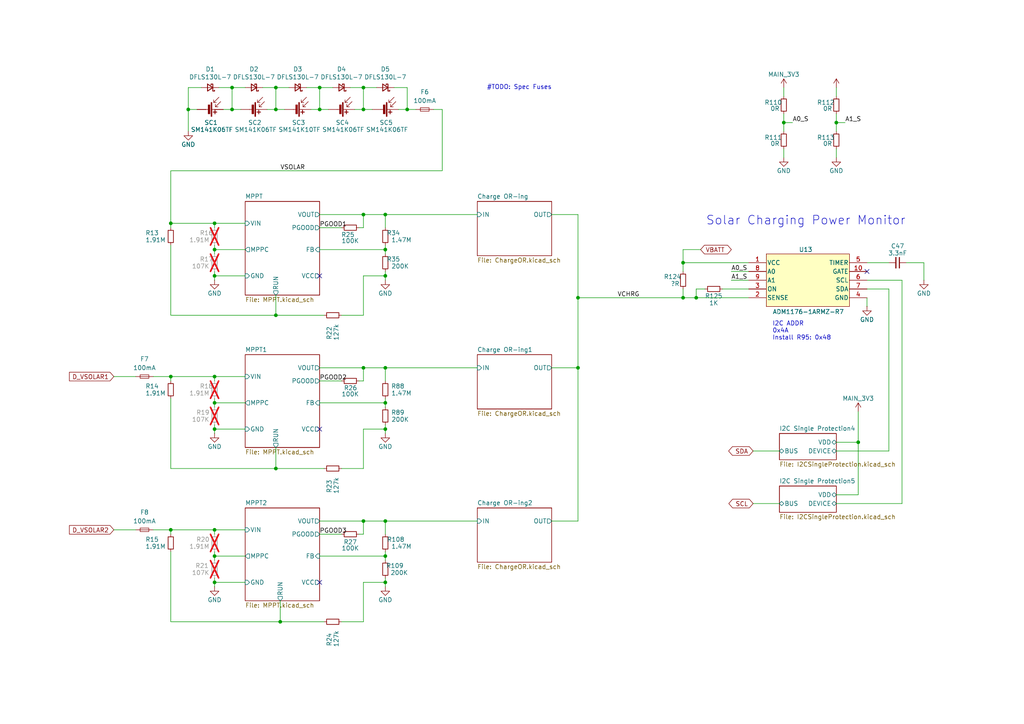
<source format=kicad_sch>
(kicad_sch (version 20231120) (generator "eeschema") (generator_version "8.0")
  (paper "A4")
  (lib_symbols
    (symbol "Device:C_Small" (pin_numbers hide) (pin_names (offset 0.254) hide)
      (property "Reference" "C" (at 0.254 1.778 0))
      (property "Value" "C_Small" (at 0.254 -2.032 0))
      (symbol "C_Small_0_1"
        (polyline (pts (xy -1.524 -0.508) (xy 1.524 -0.508)) (stroke (width 0.3302)))
        (polyline (pts (xy -1.524 0.508) (xy 1.524 0.508)) (stroke (width 0.3048)))
      )
      (symbol "C_Small_1_1"
        (pin passive line (at 0 2.54 270) (length 2.032) (name "~") (number "1"))
        (pin passive line (at 0 -2.54 90) (length 2.032) (name "~") (number "2"))
      )
    )
    (symbol "Device:D_Schottky_Small" (pin_numbers hide) (pin_names (offset 0.254) hide)
      (property "Reference" "D" (at -1.27 2.032 0))
      (property "Value" "D_Schottky_Small" (at -7.112 -2.032 0))
      (symbol "D_Schottky_Small_0_1"
        (polyline (pts (xy -0.762 0) (xy 0.762 0)))
        (polyline (pts (xy 0.762 -1.016) (xy -0.762 0) (xy 0.762 1.016) (xy 0.762 -1.016)) (stroke (width 0.254)))
        (polyline (pts (xy -1.27 0.762) (xy -1.27 1.016) (xy -0.762 1.016) (xy -0.762 -1.016) (xy -0.254 -1.016) (xy -0.254 -0.762)) (stroke (width 0.254)))
      )
      (symbol "D_Schottky_Small_1_1"
        (pin passive line (at -2.54 0 0) (length 1.778) (name "K") (number "1"))
        (pin passive line (at 2.54 0 180) (length 1.778) (name "A") (number "2"))
      )
    )
    (symbol "Device:Fuse_Small" (pin_numbers hide) (pin_names (offset 0.254) hide)
      (property "Reference" "F" (at 0 -1.524 0))
      (property "Value" "Fuse_Small" (at 0 1.524 0))
      (symbol "Fuse_Small_0_1"
        (rectangle (start -1.27 0.508) (end 1.27 -0.508))
        (polyline (pts (xy -1.27 0) (xy 1.27 0)))
      )
      (symbol "Fuse_Small_1_1"
        (pin passive line (at -2.54 0 0) (length 1.27) (name "~") (number "1"))
        (pin passive line (at 2.54 0 180) (length 1.27) (name "~") (number "2"))
      )
    )
    (symbol "Device:R_Small" (pin_numbers hide) (pin_names (offset 0.254) hide)
      (property "Reference" "R" (at 0.762 0.508 0))
      (property "Value" "R_Small" (at 0.762 -1.016 0))
      (symbol "R_Small_0_1"
        (rectangle (start -0.762 1.778) (end 0.762 -1.778) (stroke (width 0.2032)))
      )
      (symbol "R_Small_1_1"
        (pin passive line (at 0 2.54 270) (length 0.762) (name "~") (number "1"))
        (pin passive line (at 0 -2.54 90) (length 0.762) (name "~") (number "2"))
      )
    )
    (symbol "Device:Solar_Cell" (pin_numbers hide) (pin_names (offset 0) hide)
      (property "Reference" "SC" (at 2.54 2.54 0))
      (property "Value" "Solar_Cell" (at 2.54 0 0))
      (symbol "Solar_Cell_0_1"
        (rectangle (start -2.032 1.778) (end 2.032 1.524) (fill (type outline)))
        (rectangle (start -1.3208 1.1938) (end 1.27 0.6858) (fill (type outline)))
        (polyline (pts (xy -2.032 2.286) (xy -3.556 3.81)))
        (polyline (pts (xy -0.762 2.794) (xy -2.286 4.318)))
        (polyline (pts (xy 0 0.762) (xy 0 0)))
        (polyline (pts (xy 0 1.778) (xy 0 2.54)))
        (polyline (pts (xy 0.254 2.667) (xy 1.27 2.667)) (stroke (width 0.254)))
        (polyline (pts (xy 0.762 3.175) (xy 0.762 2.159)) (stroke (width 0.254)))
        (polyline (pts (xy -2.032 3.048) (xy -2.032 2.286) (xy -2.794 2.286)))
        (polyline (pts (xy -0.762 3.556) (xy -0.762 2.794) (xy -1.524 2.794)))
      )
      (symbol "Solar_Cell_1_1"
        (pin passive line (at 0 5.08 270) (length 2.54) (name "+") (number "1"))
        (pin passive line (at 0 -2.54 90) (length 2.54) (name "-") (number "2"))
      )
    )
    (symbol "Mainboard:ADM1176-1ARMZ-R7" (pin_names (offset 0.254))
      (property "Reference" "U9" (at 0 8.89 0))
      (property "Value" "ADM1176-1ARMZ-R7" (at 0.762 -9.144 0))
      (symbol "ADM1176-1ARMZ-R7_1_0"
        (pin unspecified line (at -16.51 5.08 0) (length 5.08) (name "VCC") (number "1"))
        (pin unspecified line (at 17.78 2.54 180) (length 5.08) (name "GATE") (number "10"))
        (pin unspecified line (at -16.51 -5.08 0) (length 5.08) (name "SENSE") (number "2"))
        (pin unspecified line (at -16.51 -2.54 0) (length 5.08) (name "ON") (number "3"))
        (pin unspecified line (at 17.78 -5.08 180) (length 5.08) (name "GND") (number "4"))
        (pin unspecified line (at 17.78 5.08 180) (length 5.08) (name "TIMER") (number "5"))
        (pin unspecified line (at 17.78 0 180) (length 5.08) (name "SCL") (number "6"))
        (pin unspecified line (at 17.78 -2.54 180) (length 5.08) (name "SDA") (number "7"))
        (pin unspecified line (at -16.51 2.54 0) (length 5.08) (name "A0") (number "8"))
        (pin unspecified line (at -16.51 0 0) (length 5.08) (name "A1") (number "9"))
      )
      (symbol "ADM1176-1ARMZ-R7_1_1"
        (rectangle (start -11.43 7.62) (end 12.7 -7.62) (fill (type background)))
      )
    )
    (symbol "power:+3.3V" (power) (pin_numbers hide) (pin_names (offset 0) hide)
      (property "Value" "+3.3V" (at 0 3.556 0))
      (symbol "+3.3V_0_1"
        (polyline (pts (xy -0.762 1.27) (xy 0 2.54)))
        (polyline (pts (xy 0 0) (xy 0 2.54)))
        (polyline (pts (xy 0 2.54) (xy 0.762 1.27)))
      )
      (symbol "+3.3V_1_1"
        (pin power_in line (at 0 0 90) (length 0) (name "~") (number "1"))
      )
    )
    (symbol "power:GND" (power) (pin_numbers hide) (pin_names (offset 0) hide)
      (property "Value" "GND" (at 0 -3.81 0))
      (symbol "GND_0_1"
        (polyline (pts (xy 0 0) (xy 0 -1.27) (xy 1.27 -1.27) (xy 0 -2.54) (xy -1.27 -1.27) (xy 0 -1.27)))
      )
      (symbol "GND_1_1"
        (pin power_in line (at 0 0 270) (length 0) (name "~") (number "1"))
      )
    )
  )
  (junction (at 105.41 25.4))
  (junction (at 80.01 91.44))
  (junction (at 242.57 35.56))
  (junction (at 62.23 124.46))
  (junction (at 92.71 31.75))
  (junction (at 198.12 76.2))
  (junction (at 111.76 168.91))
  (junction (at 105.41 62.23))
  (junction (at 49.53 64.77))
  (junction (at 62.23 161.29))
  (junction (at 105.41 151.13))
  (junction (at 62.23 109.22))
  (junction (at 80.01 25.4))
  (junction (at 111.76 151.13))
  (junction (at 62.23 168.91))
  (junction (at 111.76 124.46))
  (junction (at 62.23 72.39))
  (junction (at 62.23 116.84))
  (junction (at 118.11 31.75))
  (junction (at 92.71 25.4))
  (junction (at 227.33 35.56))
  (junction (at 167.64 106.68))
  (junction (at 111.76 106.68))
  (junction (at 80.01 31.75))
  (junction (at 167.64 86.36))
  (junction (at 81.28 180.34))
  (junction (at 54.61 31.75))
  (junction (at 111.76 62.23))
  (junction (at 111.76 161.29))
  (junction (at 198.12 86.36))
  (junction (at 67.31 31.75))
  (junction (at 67.31 25.4))
  (junction (at 62.23 153.67))
  (junction (at 201.93 86.36))
  (junction (at 62.23 80.01))
  (junction (at 248.92 128.27))
  (junction (at 49.53 109.22))
  (junction (at 111.76 80.01))
  (junction (at 80.01 135.89))
  (junction (at 105.41 106.68))
  (junction (at 111.76 116.84))
  (junction (at 49.53 153.67))
  (junction (at 105.41 31.75))
  (junction (at 111.76 72.39))
  (junction (at 62.23 64.77))
  (no_connect (at 251.46 78.74))
  (no_connect (at 92.71 124.46))
  (no_connect (at 92.71 168.91))
  (no_connect (at 92.71 80.01))
  (wire (pts (xy 251.46 76.2) (xy 257.81 76.2)))
  (wire (pts (xy 111.76 161.29) (xy 111.76 162.56)))
  (wire (pts (xy 49.53 64.77) (xy 49.53 66.04)))
  (wire (pts (xy 62.23 116.84) (xy 71.12 116.84)))
  (wire (pts (xy 49.53 160.02) (xy 49.53 180.34)))
  (wire (pts (xy 242.57 35.56) (xy 242.57 38.1)))
  (wire (pts (xy 111.76 71.12) (xy 111.76 72.39)))
  (wire (pts (xy 104.14 66.04) (xy 105.41 66.04)))
  (wire (pts (xy 242.57 25.4) (xy 242.57 27.94)))
  (wire (pts (xy 62.23 71.12) (xy 62.23 72.39)))
  (wire (pts (xy 267.97 76.2) (xy 267.97 81.28)))
  (wire (pts (xy 257.81 83.82) (xy 257.81 130.81)))
  (wire (pts (xy 251.46 83.82) (xy 257.81 83.82)))
  (wire (pts (xy 62.23 115.57) (xy 62.23 116.84)))
  (wire (pts (xy 63.5 25.4) (xy 67.31 25.4)))
  (wire (pts (xy 105.41 106.68) (xy 105.41 110.49)))
  (wire (pts (xy 62.23 78.74) (xy 62.23 80.01)))
  (wire (pts (xy 62.23 109.22) (xy 62.23 110.49)))
  (wire (pts (xy 198.12 76.2) (xy 198.12 72.39)))
  (wire (pts (xy 226.06 146.05) (xy 218.44 146.05)))
  (wire (pts (xy 111.76 62.23) (xy 138.43 62.23)))
  (wire (pts (xy 49.53 153.67) (xy 62.23 153.67)))
  (wire (pts (xy 71.12 168.91) (xy 62.23 168.91)))
  (wire (pts (xy 80.01 85.598) (xy 80.01 91.44)))
  (wire (pts (xy 227.33 43.18) (xy 227.33 45.72)))
  (wire (pts (xy 33.02 109.22) (xy 39.37 109.22)))
  (wire (pts (xy 67.31 31.75) (xy 64.77 31.75)))
  (wire (pts (xy 105.41 91.44) (xy 105.41 80.01)))
  (wire (pts (xy 111.76 106.68) (xy 138.43 106.68)))
  (wire (pts (xy 99.06 91.44) (xy 105.41 91.44)))
  (wire (pts (xy 251.46 81.28) (xy 261.62 81.28)))
  (wire (pts (xy 111.76 160.02) (xy 111.76 161.29)))
  (wire (pts (xy 44.45 109.22) (xy 49.53 109.22)))
  (wire (pts (xy 54.61 25.4) (xy 54.61 31.75)))
  (wire (pts (xy 67.31 25.4) (xy 67.31 31.75)))
  (wire (pts (xy 44.45 153.67) (xy 49.53 153.67)))
  (wire (pts (xy 114.3 25.4) (xy 118.11 25.4)))
  (wire (pts (xy 242.57 146.05) (xy 261.62 146.05)))
  (wire (pts (xy 198.12 76.2) (xy 198.12 78.74)))
  (wire (pts (xy 111.76 151.13) (xy 111.76 154.94)))
  (wire (pts (xy 77.47 31.75) (xy 80.01 31.75)))
  (wire (pts (xy 49.53 153.67) (xy 49.53 154.94)))
  (wire (pts (xy 111.76 78.74) (xy 111.76 80.01)))
  (wire (pts (xy 167.64 62.23) (xy 167.64 86.36)))
  (wire (pts (xy 118.11 31.75) (xy 118.11 25.4)))
  (wire (pts (xy 201.93 83.82) (xy 201.93 86.36)))
  (wire (pts (xy 111.76 123.19) (xy 111.76 124.46)))
  (wire (pts (xy 80.01 91.44) (xy 93.98 91.44)))
  (wire (pts (xy 92.71 154.94) (xy 99.06 154.94)))
  (wire (pts (xy 54.61 31.75) (xy 57.15 31.75)))
  (wire (pts (xy 111.76 72.39) (xy 111.76 73.66)))
  (wire (pts (xy 118.11 31.75) (xy 120.65 31.75)))
  (wire (pts (xy 167.64 151.13) (xy 160.02 151.13)))
  (wire (pts (xy 33.02 153.67) (xy 39.37 153.67)))
  (wire (pts (xy 62.23 168.91) (xy 62.23 170.18)))
  (wire (pts (xy 62.23 153.67) (xy 62.23 154.94)))
  (wire (pts (xy 92.71 116.84) (xy 111.76 116.84)))
  (wire (pts (xy 49.53 115.57) (xy 49.53 135.89)))
  (wire (pts (xy 92.71 31.75) (xy 95.25 31.75)))
  (wire (pts (xy 242.57 128.27) (xy 248.92 128.27)))
  (wire (pts (xy 62.23 116.84) (xy 62.23 118.11)))
  (wire (pts (xy 125.73 31.75) (xy 128.27 31.75)))
  (wire (pts (xy 76.2 25.4) (xy 80.01 25.4)))
  (wire (pts (xy 111.76 115.57) (xy 111.76 116.84)))
  (wire (pts (xy 111.76 116.84) (xy 111.76 118.11)))
  (wire (pts (xy 80.01 129.794) (xy 80.01 135.89)))
  (wire (pts (xy 105.41 25.4) (xy 105.41 31.75)))
  (wire (pts (xy 105.41 80.01) (xy 111.76 80.01)))
  (wire (pts (xy 88.9 25.4) (xy 92.71 25.4)))
  (wire (pts (xy 160.02 62.23) (xy 167.64 62.23)))
  (wire (pts (xy 248.92 143.51) (xy 242.57 143.51)))
  (wire (pts (xy 242.57 43.18) (xy 242.57 45.72)))
  (wire (pts (xy 49.53 109.22) (xy 49.53 110.49)))
  (wire (pts (xy 62.23 64.77) (xy 62.23 66.04)))
  (wire (pts (xy 49.53 91.44) (xy 80.01 91.44)))
  (wire (pts (xy 248.92 143.51) (xy 248.92 128.27)))
  (wire (pts (xy 62.23 72.39) (xy 71.12 72.39)))
  (wire (pts (xy 105.41 151.13) (xy 105.41 154.94)))
  (wire (pts (xy 80.01 31.75) (xy 80.01 25.4)))
  (wire (pts (xy 242.57 35.56) (xy 245.11 35.56)))
  (wire (pts (xy 99.06 135.89) (xy 105.41 135.89)))
  (wire (pts (xy 105.41 168.91) (xy 111.76 168.91)))
  (wire (pts (xy 198.12 86.36) (xy 201.93 86.36)))
  (wire (pts (xy 105.41 106.68) (xy 111.76 106.68)))
  (wire (pts (xy 217.17 83.82) (xy 209.55 83.82)))
  (wire (pts (xy 62.23 160.02) (xy 62.23 161.29)))
  (wire (pts (xy 62.23 72.39) (xy 62.23 73.66)))
  (wire (pts (xy 105.41 180.34) (xy 105.41 168.91)))
  (wire (pts (xy 92.71 62.23) (xy 105.41 62.23)))
  (wire (pts (xy 201.93 86.36) (xy 217.17 86.36)))
  (wire (pts (xy 227.33 33.02) (xy 227.33 35.56)))
  (wire (pts (xy 92.71 31.75) (xy 90.17 31.75)))
  (wire (pts (xy 49.53 64.77) (xy 62.23 64.77)))
  (wire (pts (xy 62.23 123.19) (xy 62.23 124.46)))
  (wire (pts (xy 204.47 83.82) (xy 201.93 83.82)))
  (wire (pts (xy 118.11 31.75) (xy 115.57 31.75)))
  (wire (pts (xy 71.12 80.01) (xy 62.23 80.01)))
  (wire (pts (xy 67.31 31.75) (xy 69.85 31.75)))
  (wire (pts (xy 92.71 72.39) (xy 111.76 72.39)))
  (wire (pts (xy 62.23 161.29) (xy 62.23 162.56)))
  (wire (pts (xy 105.41 151.13) (xy 111.76 151.13)))
  (wire (pts (xy 105.41 62.23) (xy 111.76 62.23)))
  (wire (pts (xy 105.41 135.89) (xy 105.41 124.46)))
  (wire (pts (xy 111.76 62.23) (xy 111.76 66.04)))
  (wire (pts (xy 267.97 76.2) (xy 262.89 76.2)))
  (wire (pts (xy 92.71 161.29) (xy 111.76 161.29)))
  (wire (pts (xy 105.41 25.4) (xy 109.22 25.4)))
  (wire (pts (xy 104.14 154.94) (xy 105.41 154.94)))
  (wire (pts (xy 62.23 64.77) (xy 71.12 64.77)))
  (wire (pts (xy 54.61 25.4) (xy 58.42 25.4)))
  (wire (pts (xy 92.71 106.68) (xy 105.41 106.68)))
  (wire (pts (xy 80.01 135.89) (xy 93.98 135.89)))
  (wire (pts (xy 105.41 31.75) (xy 107.95 31.75)))
  (wire (pts (xy 203.2 72.39) (xy 198.12 72.39)))
  (wire (pts (xy 62.23 153.67) (xy 71.12 153.67)))
  (wire (pts (xy 81.28 174.244) (xy 81.28 180.34)))
  (wire (pts (xy 62.23 124.46) (xy 62.23 125.73)))
  (wire (pts (xy 212.09 81.28) (xy 217.17 81.28)))
  (wire (pts (xy 49.53 64.77) (xy 49.53 49.53)))
  (wire (pts (xy 49.53 180.34) (xy 81.28 180.34)))
  (wire (pts (xy 71.12 124.46) (xy 62.23 124.46)))
  (wire (pts (xy 92.71 151.13) (xy 105.41 151.13)))
  (wire (pts (xy 251.46 88.9) (xy 251.46 86.36)))
  (wire (pts (xy 111.76 106.68) (xy 111.76 110.49)))
  (wire (pts (xy 92.71 25.4) (xy 96.52 25.4)))
  (wire (pts (xy 92.71 66.04) (xy 99.06 66.04)))
  (wire (pts (xy 212.09 78.74) (xy 217.17 78.74)))
  (wire (pts (xy 105.41 124.46) (xy 111.76 124.46)))
  (wire (pts (xy 167.64 86.36) (xy 198.12 86.36)))
  (wire (pts (xy 227.33 35.56) (xy 229.87 35.56)))
  (wire (pts (xy 80.01 25.4) (xy 83.82 25.4)))
  (wire (pts (xy 167.64 86.36) (xy 167.64 106.68)))
  (wire (pts (xy 80.01 31.75) (xy 82.55 31.75)))
  (wire (pts (xy 160.02 106.68) (xy 167.64 106.68)))
  (wire (pts (xy 104.14 110.49) (xy 105.41 110.49)))
  (wire (pts (xy 49.53 109.22) (xy 62.23 109.22)))
  (wire (pts (xy 227.33 35.56) (xy 227.33 38.1)))
  (wire (pts (xy 101.6 25.4) (xy 105.41 25.4)))
  (wire (pts (xy 111.76 80.01) (xy 111.76 81.28)))
  (wire (pts (xy 67.31 25.4) (xy 71.12 25.4)))
  (wire (pts (xy 242.57 33.02) (xy 242.57 35.56)))
  (wire (pts (xy 62.23 167.64) (xy 62.23 168.91)))
  (wire (pts (xy 49.53 135.89) (xy 80.01 135.89)))
  (wire (pts (xy 167.64 106.68) (xy 167.64 151.13)))
  (wire (pts (xy 128.27 49.53) (xy 128.27 31.75)))
  (wire (pts (xy 62.23 109.22) (xy 71.12 109.22)))
  (wire (pts (xy 198.12 83.82) (xy 198.12 86.36)))
  (wire (pts (xy 248.92 119.38) (xy 248.92 128.27)))
  (wire (pts (xy 49.53 49.53) (xy 128.27 49.53)))
  (wire (pts (xy 111.76 167.64) (xy 111.76 168.91)))
  (wire (pts (xy 242.57 130.81) (xy 257.81 130.81)))
  (wire (pts (xy 102.87 31.75) (xy 105.41 31.75)))
  (wire (pts (xy 111.76 151.13) (xy 138.43 151.13)))
  (wire (pts (xy 54.61 31.75) (xy 54.61 38.1)))
  (wire (pts (xy 105.41 62.23) (xy 105.41 66.04)))
  (wire (pts (xy 92.71 25.4) (xy 92.71 31.75)))
  (wire (pts (xy 261.62 81.28) (xy 261.62 146.05)))
  (wire (pts (xy 81.28 180.34) (xy 93.98 180.34)))
  (wire (pts (xy 198.12 76.2) (xy 217.17 76.2)))
  (wire (pts (xy 111.76 168.91) (xy 111.76 170.18)))
  (wire (pts (xy 62.23 80.01) (xy 62.23 81.28)))
  (wire (pts (xy 227.33 25.4) (xy 227.33 27.94)))
  (wire (pts (xy 111.76 124.46) (xy 111.76 125.73)))
  (wire (pts (xy 226.06 130.81) (xy 218.44 130.81)))
  (wire (pts (xy 49.53 71.12) (xy 49.53 91.44)))
  (wire (pts (xy 99.06 180.34) (xy 105.41 180.34)))
  (wire (pts (xy 62.23 161.29) (xy 71.12 161.29)))
  (wire (pts (xy 92.71 110.49) (xy 99.06 110.49)))
  (text "I2C ADDR\n0x4A\nInstall R95: 0x48" (at 224.028 98.806 0) (effects (font (size 1.27 1.27)) (justify left bottom)))
  (text "#TODO: Spec Fuses" (at 150.622 25.4 0) (effects (font (size 1.27 1.27))))
  (text "Solar Charging Power Monitor" (at 204.724 65.532 0) (effects (font (size 2.54 2.54)) (justify left bottom)))
  (label "A0_S" (at 229.87 35.56 0))
  (label "A1_S" (at 245.11 35.56 0))
  (label "PGOOD3" (at 92.71 154.94 0))
  (label "VSOLAR" (at 81.28 49.53 0))
  (label "VCHRG" (at 179.07 86.36 0))
  (label "PGOOD1" (at 92.71 66.04 0))
  (label "A0_S" (at 212.09 78.74 0))
  (label "PGOOD2" (at 92.71 110.49 0))
  (label "A1_S" (at 212.09 81.28 0))
  (global_label "SDA" (shape bidirectional) (at 218.44 130.81 180) (property "Intersheetrefs" "${INTERSHEET_REFS}" (effects (hide yes))))
  (global_label "SCL" (shape bidirectional) (at 218.44 146.05 180) (property "Intersheetrefs" "${INTERSHEET_REFS}" (effects (hide yes))))
  (global_label "D_VSOLAR1" (shape input) (at 33.02 109.22 180) (property "Intersheetrefs" "${INTERSHEET_REFS}" (effects (hide yes))))
  (global_label "D_VSOLAR2" (shape input) (at 33.02 153.67 180) (property "Intersheetrefs" "${INTERSHEET_REFS}" (effects (hide yes))))
  (global_label "VBATT" (shape bidirectional) (at 203.2 72.39 0) (property "Intersheetrefs" "${INTERSHEET_REFS}" (effects (hide yes))))
  (symbol (lib_id "Device:D_Schottky_Small") (at 86.36 25.4 180) (unit 1)
    (property "Reference" "D3" (at 86.36 20.066 0))
    (property "Value" "DFLS130L-7" (at 86.36 22.352 0))
    (property "Footprint" "Diode_SMD:D_PowerDI-123" (effects (hide yes)))
    (property "Description" "Schottky diode, small symbol" (effects (hide yes)))
  )
  (symbol (lib_id "Device:R_Small") (at 101.6 66.04 90) (unit 1)
    (property "Reference" "R25" (at 102.87 68.072 90) (effects (justify left)))
    (property "Value" "100K" (at 104.14 69.85 90) (effects (justify left)))
    (property "Footprint" "Resistor_SMD:R_0603_1608Metric" (effects (hide yes)))
    (property "Description" "Resistor, small symbol" (effects (hide yes)))
  )
  (symbol (lib_id "Device:Solar_Cell") (at 97.79 31.75 270) (unit 1)
    (property "Reference" "SC4" (at 99.314 35.56 90))
    (property "Value" "SM141K06TF" (at 99.568 37.592 90))
    (property "Footprint" "SolarPanels:SM141K06TF" (effects (hide yes)))
    (property "Description" "Single solar cell" (effects (hide yes)))
  )
  (symbol (lib_id "power:GND") (at 62.23 81.28 0) (unit 1)
    (property "Reference" "#PWR06" (effects (hide yes)))
    (property "Value" "GND" (at 62.23 85.09 0))
    (property "Description" "Power symbol creates a global label with name \"GND\" , ground" (effects (hide yes)))
  )
  (symbol (lib_id "power:GND") (at 111.76 125.73 0) (mirror y) (unit 1)
    (property "Reference" "#PWR013" (effects (hide yes)))
    (property "Value" "GND" (at 111.76 129.54 0))
    (property "Description" "Power symbol creates a global label with name \"GND\" , ground" (effects (hide yes)))
  )
  (symbol (lib_id "Mainboard:ADM1176-1ARMZ-R7") (at 233.68 81.28 0) (unit 1)
    (property "Reference" "U13" (at 233.68 72.39 0))
    (property "Value" "ADM1176-1ARMZ-R7" (at 234.442 90.424 0))
    (property "Footprint" "Package_SO:MSOP-10_3x3mm_P0.5mm" (effects (hide yes)))
    (property "Flight" "ADM1176-1ARMZ-R7" (effects (hide yes)))
    (property "Manufacturer_Name" "Analog Devices Inc." (effects (hide yes)))
    (property "Manufacturer_Part_Number" "ADM1176-1ARMZ-R7" (effects (hide yes)))
    (property "Proto" "ADM1176-1ARMZ-R7" (effects (hide yes)))
  )
  (symbol (lib_id "Device:C_Small") (at 260.35 76.2 270) (unit 1)
    (property "Reference" "C47" (at 260.35 71.374 90))
    (property "Value" "3.3nF" (at 260.35 73.4314 90))
    (property "Footprint" "Capacitor_SMD:C_0603_1608Metric" (effects (hide yes)))
    (property "Description" "3.3nF +-10% 100V X7R 0603" (effects (hide yes)))
  )
  (symbol (lib_id "power:GND") (at 227.33 45.72 0) (unit 1)
    (property "Reference" "#PWR020" (effects (hide yes)))
    (property "Value" "GND" (at 227.33 49.53 0))
    (property "Description" "Power symbol creates a global label with name \"GND\" , ground" (effects (hide yes)))
  )
  (symbol (lib_id "Device:D_Schottky_Small") (at 73.66 25.4 180) (unit 1)
    (property "Reference" "D2" (at 73.66 20.066 0))
    (property "Value" "DFLS130L-7" (at 73.66 22.352 0))
    (property "Footprint" "Diode_SMD:D_PowerDI-123" (effects (hide yes)))
    (property "Description" "Schottky diode, small symbol" (effects (hide yes)))
  )
  (symbol (lib_id "Device:R_Small") (at 62.23 68.58 0) (unit 1) (dnp yes)
    (property "Reference" "R16" (at 57.912 67.564 0) (effects (justify left)))
    (property "Value" "1.91M" (at 54.864 69.596 0) (effects (justify left)))
    (property "Footprint" "Resistor_SMD:R_0603_1608Metric" (effects (hide yes)))
    (property "Description" "Resistor, small symbol" (effects (hide yes)))
  )
  (symbol (lib_id "Device:D_Schottky_Small") (at 99.06 25.4 180) (unit 1)
    (property "Reference" "D4" (at 99.06 20.066 0))
    (property "Value" "DFLS130L-7" (at 99.06 22.352 0))
    (property "Footprint" "Diode_SMD:D_PowerDI-123" (effects (hide yes)))
    (property "Description" "Schottky diode, small symbol" (effects (hide yes)))
  )
  (symbol (lib_id "power:+3.3V") (at 227.33 25.4 0) (unit 1)
    (property "Reference" "#PWR018" (effects (hide yes)))
    (property "Value" "MAIN_3V3" (at 227.33 21.59 0))
    (property "Description" "Power symbol creates a global label with name \"+3.3V\"" (effects (hide yes)))
  )
  (symbol (lib_id "Device:R_Small") (at 207.01 83.82 90) (mirror x) (unit 1)
    (property "Reference" "R125" (at 207.01 85.852 90))
    (property "Value" "1K" (at 207.01 87.884 90))
    (property "Footprint" "Resistor_SMD:R_0603_1608Metric" (effects (hide yes)))
    (property "Description" "Resistor, small symbol" (effects (hide yes)))
  )
  (symbol (lib_id "power:+3.3V") (at 242.57 25.4 0) (unit 1)
    (property "Reference" "#PWR021" (effects (hide yes)))
    (property "Value" "MAIN_3V3" (effects (hide yes)))
    (property "Description" "Power symbol creates a global label with name \"+3.3V\"" (effects (hide yes)))
  )
  (symbol (lib_id "power:GND") (at 251.46 88.9 0) (unit 1)
    (property "Reference" "#PWR056" (effects (hide yes)))
    (property "Value" "GND" (at 251.46 92.71 0))
    (property "Description" "Power symbol creates a global label with name \"GND\" , ground" (effects (hide yes)))
  )
  (symbol (lib_id "Device:R_Small") (at 62.23 157.48 0) (unit 1) (dnp yes)
    (property "Reference" "R20" (at 56.896 156.464 0) (effects (justify left)))
    (property "Value" "1.91M" (at 54.864 158.496 0) (effects (justify left)))
    (property "Footprint" "Resistor_SMD:R_0603_1608Metric" (effects (hide yes)))
    (property "Description" "Resistor, small symbol" (effects (hide yes)))
  )
  (symbol (lib_id "Device:R_Small") (at 62.23 165.1 0) (unit 1) (dnp yes)
    (property "Reference" "R21" (at 56.642 164.084 0) (effects (justify left)))
    (property "Value" "107K" (at 55.626 166.116 0) (effects (justify left)))
    (property "Footprint" "Resistor_SMD:R_0603_1608Metric" (effects (hide yes)))
    (property "Description" "Resistor, small symbol" (effects (hide yes)))
  )
  (symbol (lib_id "Device:R_Small") (at 111.76 68.58 0) (mirror y) (unit 1)
    (property "Reference" "R34" (at 116.078 67.564 0) (effects (justify left)))
    (property "Value" "1.47M" (at 119.38 69.596 0) (effects (justify left)))
    (property "Footprint" "Resistor_SMD:R_0603_1608Metric" (effects (hide yes)))
    (property "Description" "Resistor, small symbol" (effects (hide yes)))
  )
  (symbol (lib_id "Device:R_Small") (at 96.52 180.34 90) (unit 1)
    (property "Reference" "R24" (at 95.504 187.452 0) (effects (justify left)))
    (property "Value" "127k" (at 97.536 187.706 0) (effects (justify left)))
    (property "Footprint" "Resistor_SMD:R_0603_1608Metric" (effects (hide yes)))
    (property "Description" "Resistor, small symbol" (effects (hide yes)))
  )
  (symbol (lib_id "Device:Fuse_Small") (at 41.91 153.67 180) (unit 1)
    (property "Reference" "F8" (at 41.91 148.59 0))
    (property "Value" "100mA" (at 41.91 151.13 0))
    (property "Description" "Fuse, small symbol" (effects (hide yes)))
  )
  (symbol (lib_id "Device:R_Small") (at 227.33 30.48 0) (mirror x) (unit 1)
    (property "Reference" "R110" (at 224.282 29.718 0))
    (property "Value" "0R" (at 224.79 31.496 0))
    (property "Footprint" "Resistor_SMD:R_0603_1608Metric" (effects (hide yes)))
    (property "Description" "Resistor, small symbol" (effects (hide yes)))
  )
  (symbol (lib_id "Device:Fuse_Small") (at 41.91 109.22 180) (unit 1)
    (property "Reference" "F7" (at 41.91 104.14 0))
    (property "Value" "100mA" (at 41.91 106.68 0))
    (property "Description" "Fuse, small symbol" (effects (hide yes)))
  )
  (symbol (lib_id "Device:R_Small") (at 49.53 157.48 0) (unit 1)
    (property "Reference" "R15" (at 42.164 156.464 0) (effects (justify left)))
    (property "Value" "1.91M" (at 42.164 158.496 0) (effects (justify left)))
    (property "Footprint" "Resistor_SMD:R_0603_1608Metric" (effects (hide yes)))
    (property "Description" "Resistor, small symbol" (effects (hide yes)))
  )
  (symbol (lib_id "Device:R_Small") (at 111.76 113.03 0) (mirror y) (unit 1)
    (property "Reference" "R88" (at 117.348 112.014 0) (effects (justify left)))
    (property "Value" "1.47M" (at 119.38 114.046 0) (effects (justify left)))
    (property "Footprint" "Resistor_SMD:R_0603_1608Metric" (effects (hide yes)))
    (property "Description" "Resistor, small symbol" (effects (hide yes)))
  )
  (symbol (lib_id "Device:R_Small") (at 96.52 91.44 90) (unit 1)
    (property "Reference" "R22" (at 95.504 98.552 0) (effects (justify left)))
    (property "Value" "127k" (at 97.536 98.806 0) (effects (justify left)))
    (property "Footprint" "Resistor_SMD:R_0603_1608Metric" (effects (hide yes)))
    (property "Description" "Resistor, small symbol" (effects (hide yes)))
  )
  (symbol (lib_id "power:GND") (at 62.23 125.73 0) (unit 1)
    (property "Reference" "#PWR07" (effects (hide yes)))
    (property "Value" "GND" (at 62.23 129.54 0))
    (property "Description" "Power symbol creates a global label with name \"GND\" , ground" (effects (hide yes)))
  )
  (symbol (lib_id "power:GND") (at 62.23 170.18 0) (unit 1)
    (property "Reference" "#PWR08" (effects (hide yes)))
    (property "Value" "GND" (at 62.23 173.99 0))
    (property "Description" "Power symbol creates a global label with name \"GND\" , ground" (effects (hide yes)))
  )
  (symbol (lib_id "power:GND") (at 242.57 45.72 0) (unit 1)
    (property "Reference" "#PWR052" (effects (hide yes)))
    (property "Value" "GND" (at 242.57 49.53 0))
    (property "Description" "Power symbol creates a global label with name \"GND\" , ground" (effects (hide yes)))
  )
  (symbol (lib_id "Device:R_Small") (at 242.57 40.64 0) (mirror x) (unit 1)
    (property "Reference" "R113" (at 239.522 39.878 0))
    (property "Value" "0R" (at 240.03 41.656 0))
    (property "Footprint" "Resistor_SMD:R_0603_1608Metric" (effects (hide yes)))
    (property "Description" "Resistor, small symbol" (effects (hide yes)))
  )
  (symbol (lib_id "Device:R_Small") (at 101.6 110.49 90) (unit 1)
    (property "Reference" "R26" (at 103.632 112.522 90) (effects (justify left)))
    (property "Value" "100K" (at 104.14 114.3 90) (effects (justify left)))
    (property "Footprint" "Resistor_SMD:R_0603_1608Metric" (effects (hide yes)))
    (property "Description" "Resistor, small symbol" (effects (hide yes)))
  )
  (symbol (lib_id "Device:R_Small") (at 62.23 113.03 0) (unit 1) (dnp yes)
    (property "Reference" "R18" (at 57.912 112.014 0) (effects (justify left)))
    (property "Value" "1.91M" (at 54.864 114.046 0) (effects (justify left)))
    (property "Footprint" "Resistor_SMD:R_0603_1608Metric" (effects (hide yes)))
    (property "Description" "Resistor, small symbol" (effects (hide yes)))
  )
  (symbol (lib_id "power:GND") (at 267.97 81.28 0) (unit 1)
    (property "Reference" "#PWR057" (effects (hide yes)))
    (property "Value" "GND" (at 267.97 85.09 0))
    (property "Description" "Power symbol creates a global label with name \"GND\" , ground" (effects (hide yes)))
  )
  (symbol (lib_id "Device:R_Small") (at 111.76 165.1 0) (mirror y) (unit 1)
    (property "Reference" "R109" (at 117.094 164.084 0) (effects (justify left)))
    (property "Value" "200K" (at 118.364 166.116 0) (effects (justify left)))
    (property "Footprint" "Resistor_SMD:R_0603_1608Metric" (effects (hide yes)))
    (property "Description" "Resistor, small symbol" (effects (hide yes)))
  )
  (symbol (lib_id "Device:R_Small") (at 227.33 40.64 0) (mirror x) (unit 1)
    (property "Reference" "R111" (at 224.282 39.878 0))
    (property "Value" "0R" (at 224.79 41.656 0))
    (property "Footprint" "Resistor_SMD:R_0603_1608Metric" (effects (hide yes)))
    (property "Description" "Resistor, small symbol" (effects (hide yes)))
  )
  (symbol (lib_id "Device:R_Small") (at 62.23 120.65 0) (unit 1) (dnp yes)
    (property "Reference" "R19" (at 56.896 119.634 0) (effects (justify left)))
    (property "Value" "107K" (at 55.626 121.666 0) (effects (justify left)))
    (property "Footprint" "Resistor_SMD:R_0603_1608Metric" (effects (hide yes)))
    (property "Description" "Resistor, small symbol" (effects (hide yes)))
  )
  (symbol (lib_id "Device:Fuse_Small") (at 123.19 31.75 180) (unit 1)
    (property "Reference" "F6" (at 123.19 26.67 0))
    (property "Value" "100mA" (at 123.19 29.21 0))
    (property "Description" "Fuse, small symbol" (effects (hide yes)))
  )
  (symbol (lib_id "power:GND") (at 111.76 81.28 0) (mirror y) (unit 1)
    (property "Reference" "#PWR09" (effects (hide yes)))
    (property "Value" "GND" (at 111.76 85.09 0))
    (property "Description" "Power symbol creates a global label with name \"GND\" , ground" (effects (hide yes)))
  )
  (symbol (lib_id "Device:R_Small") (at 111.76 76.2 0) (mirror y) (unit 1)
    (property "Reference" "R35" (at 116.078 75.184 0) (effects (justify left)))
    (property "Value" "200K" (at 118.618 77.216 0) (effects (justify left)))
    (property "Footprint" "Resistor_SMD:R_0603_1608Metric" (effects (hide yes)))
    (property "Description" "Resistor, small symbol" (effects (hide yes)))
  )
  (symbol (lib_id "Device:Solar_Cell") (at 110.49 31.75 270) (unit 1)
    (property "Reference" "SC5" (at 112.014 35.56 90))
    (property "Value" "SM141K06TF" (at 112.268 37.592 90))
    (property "Footprint" "SolarPanels:SM141K06TF" (effects (hide yes)))
    (property "Description" "Single solar cell" (effects (hide yes)))
  )
  (symbol (lib_id "power:+3.3V") (at 248.92 119.38 0) (mirror y) (unit 1)
    (property "Reference" "#PWR060" (effects (hide yes)))
    (property "Value" "MAIN_3V3" (at 248.92 115.57 0))
    (property "Description" "Power symbol creates a global label with name \"+3.3V\"" (effects (hide yes)))
  )
  (symbol (lib_id "Device:R_Small") (at 242.57 30.48 0) (mirror x) (unit 1)
    (property "Reference" "R112" (at 239.522 29.718 0))
    (property "Value" "0R" (at 240.03 31.496 0))
    (property "Footprint" "Resistor_SMD:R_0603_1608Metric" (effects (hide yes)))
    (property "Description" "Resistor, small symbol" (effects (hide yes)))
  )
  (symbol (lib_id "Device:D_Schottky_Small") (at 60.96 25.4 180) (unit 1)
    (property "Reference" "D1" (at 60.96 20.066 0))
    (property "Value" "DFLS130L-7" (at 60.96 22.352 0))
    (property "Footprint" "Diode_SMD:D_PowerDI-123" (effects (hide yes)))
    (property "Description" "Schottky diode, small symbol" (effects (hide yes)))
  )
  (symbol (lib_id "Device:Solar_Cell") (at 59.69 31.75 270) (unit 1)
    (property "Reference" "SC1" (at 61.214 35.56 90))
    (property "Value" "SM141K06TF" (at 61.468 37.592 90))
    (property "Footprint" "SolarPanels:SM141K06TF" (effects (hide yes)))
    (property "Description" "Single solar cell" (effects (hide yes)))
  )
  (symbol (lib_id "power:GND") (at 111.76 170.18 0) (mirror y) (unit 1)
    (property "Reference" "#PWR016" (effects (hide yes)))
    (property "Value" "GND" (at 111.76 173.99 0))
    (property "Description" "Power symbol creates a global label with name \"GND\" , ground" (effects (hide yes)))
  )
  (symbol (lib_id "Device:R_Small") (at 111.76 157.48 0) (mirror y) (unit 1)
    (property "Reference" "R108" (at 117.348 156.464 0) (effects (justify left)))
    (property "Value" "1.47M" (at 119.38 158.496 0) (effects (justify left)))
    (property "Footprint" "Resistor_SMD:R_0603_1608Metric" (effects (hide yes)))
    (property "Description" "Resistor, small symbol" (effects (hide yes)))
  )
  (symbol (lib_id "Device:R_Small") (at 49.53 113.03 0) (unit 1)
    (property "Reference" "R14" (at 42.164 112.014 0) (effects (justify left)))
    (property "Value" "1.91M" (at 42.164 114.046 0) (effects (justify left)))
    (property "Footprint" "Resistor_SMD:R_0603_1608Metric" (effects (hide yes)))
    (property "Description" "Resistor, small symbol" (effects (hide yes)))
  )
  (symbol (lib_id "Device:R_Small") (at 96.52 135.89 90) (unit 1)
    (property "Reference" "R23" (at 95.504 143.002 0) (effects (justify left)))
    (property "Value" "127k" (at 97.536 143.256 0) (effects (justify left)))
    (property "Footprint" "Resistor_SMD:R_0603_1608Metric" (effects (hide yes)))
    (property "Description" "Resistor, small symbol" (effects (hide yes)))
  )
  (symbol (lib_id "Device:D_Schottky_Small") (at 111.76 25.4 180) (unit 1)
    (property "Reference" "D5" (at 111.76 20.066 0))
    (property "Value" "DFLS130L-7" (at 111.76 22.352 0))
    (property "Footprint" "Diode_SMD:D_PowerDI-123" (effects (hide yes)))
    (property "Description" "Schottky diode, small symbol" (effects (hide yes)))
  )
  (symbol (lib_id "Device:Solar_Cell") (at 72.39 31.75 270) (unit 1)
    (property "Reference" "SC2" (at 73.914 35.56 90))
    (property "Value" "SM141K06TF" (at 74.168 37.592 90))
    (property "Footprint" "SolarPanels:SM141K06TF" (effects (hide yes)))
    (property "Description" "Single solar cell" (effects (hide yes)))
  )
  (symbol (lib_id "Device:Solar_Cell") (at 85.09 31.75 270) (unit 1)
    (property "Reference" "SC3" (at 86.614 35.56 90))
    (property "Value" "SM141K10TF" (at 86.868 37.592 90))
    (property "Footprint" "SolarPanels:SM141K10TF" (effects (hide yes)))
    (property "Description" "Single solar cell" (effects (hide yes)))
  )
  (symbol (lib_id "Device:R_Small") (at 198.12 81.28 0) (mirror x) (unit 1)
    (property "Reference" "R124" (at 195.072 80.264 0))
    (property "Value" "?R" (at 195.834 82.296 0))
    (property "Footprint" "Resistor_SMD:R_2512_6332Metric" (effects (hide yes)))
    (property "Description" "Resistor, small symbol" (effects (hide yes)))
  )
  (symbol (lib_id "Device:R_Small") (at 62.23 76.2 0) (unit 1) (dnp yes)
    (property "Reference" "R17" (at 57.912 75.184 0) (effects (justify left)))
    (property "Value" "107K" (at 55.626 77.216 0) (effects (justify left)))
    (property "Footprint" "Resistor_SMD:R_0603_1608Metric" (effects (hide yes)))
    (property "Description" "Resistor, small symbol" (effects (hide yes)))
  )
  (symbol (lib_id "Device:R_Small") (at 101.6 154.94 90) (unit 1)
    (property "Reference" "R27" (at 101.6 157.226 90))
    (property "Value" "100K" (at 101.6 159.004 90))
    (property "Footprint" "Resistor_SMD:R_0603_1608Metric" (effects (hide yes)))
    (property "Description" "Resistor, small symbol" (effects (hide yes)))
  )
  (symbol (lib_id "power:GND") (at 54.61 38.1 0) (unit 1)
    (property "Reference" "#PWR04" (effects (hide yes)))
    (property "Value" "GND" (at 54.61 41.91 0))
    (property "Description" "Power symbol creates a global label with name \"GND\" , ground" (effects (hide yes)))
  )
  (symbol (lib_id "Device:R_Small") (at 111.76 120.65 0) (mirror y) (unit 1)
    (property "Reference" "R89" (at 117.348 119.634 0) (effects (justify left)))
    (property "Value" "200K" (at 118.618 121.666 0) (effects (justify left)))
    (property "Footprint" "Resistor_SMD:R_0603_1608Metric" (effects (hide yes)))
    (property "Description" "Resistor, small symbol" (effects (hide yes)))
  )
  (symbol (lib_id "Device:R_Small") (at 49.53 68.58 0) (unit 1)
    (property "Reference" "R13" (at 42.164 67.564 0) (effects (justify left)))
    (property "Value" "1.91M" (at 42.164 69.596 0) (effects (justify left)))
    (property "Footprint" "Resistor_SMD:R_0603_1608Metric" (effects (hide yes)))
    (property "Description" "Resistor, small symbol" (effects (hide yes)))
  )
  (sheet (at 138.43 102.87) (size 21.59 15.748) (stroke (width 0.1524))
    (property "Sheetname" "Charge OR-ing1" (at 138.43 102.1584 0) (effects (justify left bottom)))
    (property "Sheetfile" "ChargeOR.kicad_sch" (at 138.43 119.2026 0) (effects (justify left top)))
    (pin "IN" input (at 138.43 106.68 180))
    (pin "OUT" output (at 160.02 106.68 0))
  )
  (sheet (at 226.06 125.73) (size 16.51 7.62) (stroke (width 0.1524))
    (property "Sheetname" "I2C Single Protection4" (at 226.06 125.0184 0) (effects (justify left bottom)))
    (property "Sheetfile" "I2CSingleProtection.kicad_sch" (at 226.06 133.9346 0) (effects (justify left top)))
    (pin "DEVICE" bidirectional (at 242.57 130.81 0))
    (pin "BUS" bidirectional (at 226.06 130.81 180))
    (pin "VDD" bidirectional (at 242.57 128.27 0))
  )
  (sheet (at 71.12 58.42) (size 21.59 27.178) (stroke (width 0.1524))
    (property "Sheetname" "MPPT" (at 71.12 57.7084 0) (effects (justify left bottom)))
    (property "Sheetfile" "MPPT.kicad_sch" (at 71.12 86.1826 0) (effects (justify left top)))
    (pin "VIN" input (at 71.12 64.77 180))
    (pin "GND" input (at 71.12 80.01 180))
    (pin "FB" input (at 92.71 72.39 0))
    (pin "VCC" output (at 92.71 80.01 0))
    (pin "PGOOD" output (at 92.71 66.04 0))
    (pin "VOUT" output (at 92.71 62.23 0))
    (pin "MPPC" output (at 71.12 72.39 180))
    (pin "RUN" output (at 80.01 85.598 270))
  )
  (sheet (at 138.43 58.42) (size 21.59 15.748) (stroke (width 0.1524))
    (property "Sheetname" "Charge OR-ing" (at 138.43 57.7084 0) (effects (justify left bottom)))
    (property "Sheetfile" "ChargeOR.kicad_sch" (at 138.43 74.7526 0) (effects (justify left top)))
    (pin "IN" input (at 138.43 62.23 180))
    (pin "OUT" output (at 160.02 62.23 0))
  )
  (sheet (at 71.12 147.32) (size 21.59 26.924) (stroke (width 0.1524))
    (property "Sheetname" "MPPT2" (at 71.12 146.6084 0) (effects (justify left bottom)))
    (property "Sheetfile" "MPPT.kicad_sch" (at 71.12 174.8286 0) (effects (justify left top)))
    (pin "VIN" input (at 71.12 153.67 180))
    (pin "GND" input (at 71.12 168.91 180))
    (pin "FB" input (at 92.71 161.29 0))
    (pin "VCC" output (at 92.71 168.91 0))
    (pin "PGOOD" output (at 92.71 154.94 0))
    (pin "VOUT" output (at 92.71 151.13 0))
    (pin "MPPC" output (at 71.12 161.29 180))
    (pin "RUN" output (at 81.28 174.244 270))
  )
  (sheet (at 71.12 102.87) (size 21.59 26.924) (stroke (width 0.1524))
    (property "Sheetname" "MPPT1" (at 71.12 102.1584 0) (effects (justify left bottom)))
    (property "Sheetfile" "MPPT.kicad_sch" (at 71.12 130.3786 0) (effects (justify left top)))
    (pin "VIN" input (at 71.12 109.22 180))
    (pin "GND" input (at 71.12 124.46 180))
    (pin "FB" input (at 92.71 116.84 0))
    (pin "VCC" output (at 92.71 124.46 0))
    (pin "PGOOD" output (at 92.71 110.49 0))
    (pin "VOUT" output (at 92.71 106.68 0))
    (pin "MPPC" output (at 71.12 116.84 180))
    (pin "RUN" output (at 80.01 129.794 270))
  )
  (sheet (at 226.06 140.97) (size 16.51 7.62) (stroke (width 0.1524))
    (property "Sheetname" "I2C Single Protection5" (at 226.06 140.2584 0) (effects (justify left bottom)))
    (property "Sheetfile" "I2CSingleProtection.kicad_sch" (at 226.06 149.1746 0) (effects (justify left top)))
    (pin "DEVICE" bidirectional (at 242.57 146.05 0))
    (pin "BUS" bidirectional (at 226.06 146.05 180))
    (pin "VDD" bidirectional (at 242.57 143.51 0))
  )
  (sheet (at 138.43 147.32) (size 21.59 15.748) (stroke (width 0.1524))
    (property "Sheetname" "Charge OR-ing2" (at 138.43 146.6084 0) (effects (justify left bottom)))
    (property "Sheetfile" "ChargeOR.kicad_sch" (at 138.43 163.6526 0) (effects (justify left top)))
    (pin "IN" input (at 138.43 151.13 180))
    (pin "OUT" output (at 160.02 151.13 0))
  )
)
</source>
